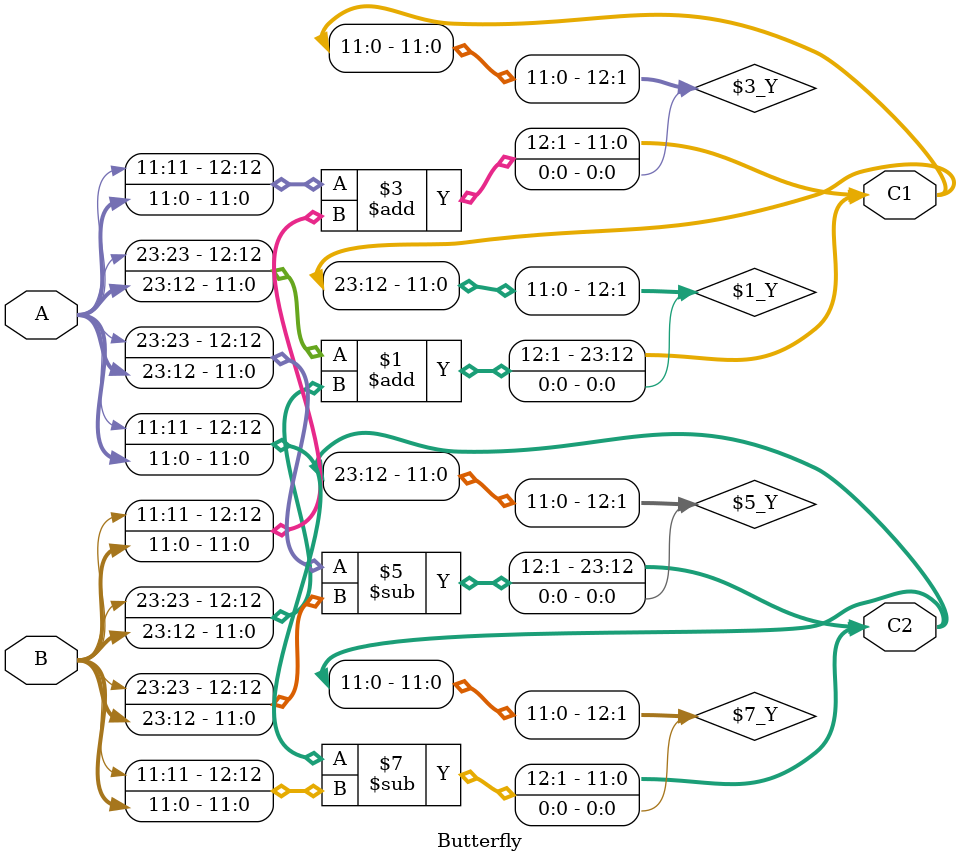
<source format=v>
module Butterfly(
    output [24-1:0] C1, C2,
    input [24-1:0] A, B
);

    assign C1[23:12] = ({A[23], A[23:12]} + {B[23], B[23:12]}) >> 1;
    assign C1[11:0] = ({A[11], A[11:0]} + {B[11], B[11:0]}) >> 1;
    assign C2[23:12] = ({A[23], A[23:12]} - {B[23], B[23:12]}) >> 1;
    assign C2[11:0] = ({A[11], A[11:0]} - {B[11], B[11:0]}) >> 1;

endmodule

</source>
